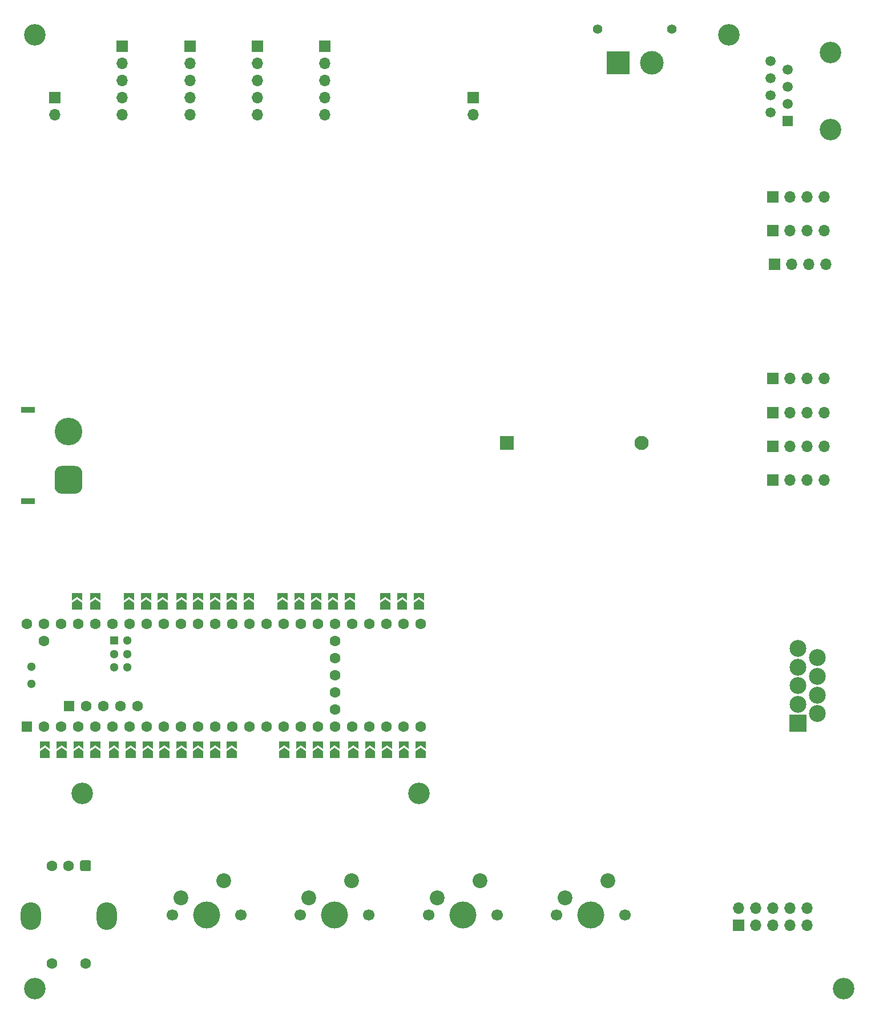
<source format=gbr>
%TF.GenerationSoftware,KiCad,Pcbnew,8.0.1-8.0.1-0~ubuntu20.04.1*%
%TF.CreationDate,2024-06-12T16:02:46+01:00*%
%TF.ProjectId,sensd,73656e73-642e-46b6-9963-61645f706362,rev?*%
%TF.SameCoordinates,Original*%
%TF.FileFunction,Soldermask,Bot*%
%TF.FilePolarity,Negative*%
%FSLAX46Y46*%
G04 Gerber Fmt 4.6, Leading zero omitted, Abs format (unit mm)*
G04 Created by KiCad (PCBNEW 8.0.1-8.0.1-0~ubuntu20.04.1) date 2024-06-12 16:02:46*
%MOMM*%
%LPD*%
G01*
G04 APERTURE LIST*
%ADD10C,3.200000*%
%ADD11R,1.600000X1.600000*%
%ADD12C,1.600000*%
%ADD13R,1.300000X1.300000*%
%ADD14C,1.300000*%
%ADD15R,1.700000X1.700000*%
%ADD16O,1.700000X1.700000*%
%ADD17C,1.700000*%
%ADD18C,4.000000*%
%ADD19C,2.200000*%
%ADD20R,1.500000X1.500000*%
%ADD21C,1.500000*%
%ADD22R,2.000000X0.900000*%
%ADD23C,4.100000*%
%ADD24O,3.000000X4.100000*%
%ADD25R,2.100000X2.100000*%
%ADD26C,2.100000*%
%ADD27C,1.400000*%
%ADD28R,3.500000X3.500000*%
%ADD29C,3.500000*%
%ADD30R,2.500000X2.500000*%
%ADD31C,2.500000*%
G04 APERTURE END LIST*
D10*
%TO.C,REF\u002A\u002A*%
X40000000Y-160500000D03*
%TD*%
D11*
%TO.C,U1*%
X31790000Y-150620000D03*
D12*
X34330000Y-150620000D03*
X36870000Y-150620000D03*
X39410000Y-150620000D03*
X41950000Y-150620000D03*
X44490000Y-150620000D03*
X47030000Y-150620000D03*
X49570000Y-150620000D03*
X52110000Y-150620000D03*
X54650000Y-150620000D03*
X57190000Y-150620000D03*
X59730000Y-150620000D03*
X62270000Y-150620000D03*
X64810000Y-150620000D03*
X67350000Y-150620000D03*
X69890000Y-150620000D03*
X72430000Y-150620000D03*
X74970000Y-150620000D03*
X77510000Y-150620000D03*
X80050000Y-150620000D03*
X82590000Y-150620000D03*
X85130000Y-150620000D03*
X87670000Y-150620000D03*
X90210000Y-150620000D03*
X90210000Y-135380000D03*
X87670000Y-135380000D03*
X85130000Y-135380000D03*
X82590000Y-135380000D03*
X80050000Y-135380000D03*
X77510000Y-135380000D03*
X74970000Y-135380000D03*
X72430000Y-135380000D03*
X69890000Y-135380000D03*
X67350000Y-135380000D03*
X64810000Y-135380000D03*
X62270000Y-135380000D03*
X59730000Y-135380000D03*
X57190000Y-135380000D03*
X54650000Y-135380000D03*
X52110000Y-135380000D03*
X49570000Y-135380000D03*
X47030000Y-135380000D03*
X44490000Y-135380000D03*
X41950000Y-135380000D03*
X39410000Y-135380000D03*
X36870000Y-135380000D03*
X34330000Y-135380000D03*
X31790000Y-135380000D03*
X34330000Y-137920000D03*
X77510000Y-148080000D03*
X77510000Y-145540000D03*
X77510000Y-143000000D03*
X77510000Y-140460000D03*
X77510000Y-137920000D03*
D11*
X38089200Y-147569200D03*
D12*
X40629200Y-147569200D03*
X43169200Y-147569200D03*
X45709200Y-147569200D03*
X48249200Y-147569200D03*
D13*
X44760000Y-137818400D03*
D14*
X44760000Y-139818400D03*
X44760000Y-141818400D03*
X46760000Y-141818400D03*
X46760000Y-139818400D03*
X46760000Y-137818400D03*
X32520000Y-141730000D03*
X32520000Y-144270000D03*
%TD*%
D15*
%TO.C,J17*%
X36000000Y-57270000D03*
D16*
X36000000Y-59810000D03*
%TD*%
D17*
%TO.C,SW4*%
X91420000Y-178580000D03*
D18*
X96500000Y-178580000D03*
D17*
X101580000Y-178580000D03*
D19*
X99040000Y-173500000D03*
X92690000Y-176040000D03*
%TD*%
D10*
%TO.C,REF\u002A\u002A*%
X90000000Y-160500000D03*
%TD*%
%TO.C,J13*%
X151000000Y-62052500D03*
X151000000Y-50622500D03*
D20*
X144650000Y-60782500D03*
D21*
X142110000Y-59512500D03*
X144650000Y-58242500D03*
X142110000Y-56972500D03*
X144650000Y-55702500D03*
X142110000Y-54432500D03*
X144650000Y-53162500D03*
X142110000Y-51892500D03*
%TD*%
D15*
%TO.C,J1*%
X142520000Y-114000000D03*
D16*
X145060000Y-114000000D03*
X147600000Y-114000000D03*
X150140000Y-114000000D03*
%TD*%
D10*
%TO.C,REF\u002A\u002A*%
X153000000Y-189500000D03*
%TD*%
D15*
%TO.C,J6*%
X142520000Y-77000000D03*
D16*
X145060000Y-77000000D03*
X147600000Y-77000000D03*
X150140000Y-77000000D03*
%TD*%
D10*
%TO.C,REF\u002A\u002A*%
X33000000Y-189500000D03*
%TD*%
D22*
%TO.C,J15*%
X32000000Y-117150000D03*
X32000000Y-103650000D03*
G36*
G01*
X39025000Y-116050000D02*
X36975000Y-116050000D01*
G75*
G02*
X35950000Y-115025000I0J1025000D01*
G01*
X35950000Y-112975000D01*
G75*
G02*
X36975000Y-111950000I1025000J0D01*
G01*
X39025000Y-111950000D01*
G75*
G02*
X40050000Y-112975000I0J-1025000D01*
G01*
X40050000Y-115025000D01*
G75*
G02*
X39025000Y-116050000I-1025000J0D01*
G01*
G37*
D23*
X38000000Y-106800000D03*
%TD*%
D15*
%TO.C,J9*%
X66000000Y-49650000D03*
D16*
X66000000Y-52190000D03*
X66000000Y-54730000D03*
X66000000Y-57270000D03*
X66000000Y-59810000D03*
%TD*%
%TO.C,SW1*%
G36*
G01*
X39990000Y-170450000D02*
X41090000Y-170450000D01*
G75*
G02*
X41340000Y-170700000I0J-250000D01*
G01*
X41340000Y-171800000D01*
G75*
G02*
X41090000Y-172050000I-250000J0D01*
G01*
X39990000Y-172050000D01*
G75*
G02*
X39740000Y-171800000I0J250000D01*
G01*
X39740000Y-170700000D01*
G75*
G02*
X39990000Y-170450000I250000J0D01*
G01*
G37*
D12*
X35540000Y-171250000D03*
X38040000Y-171250000D03*
X40540000Y-185750000D03*
X35540000Y-185750000D03*
D24*
X43640000Y-178750000D03*
X32440000Y-178750000D03*
%TD*%
D15*
%TO.C,J3*%
X142520000Y-104000000D03*
D16*
X145060000Y-104000000D03*
X147600000Y-104000000D03*
X150140000Y-104000000D03*
%TD*%
D15*
%TO.C,J4*%
X142520000Y-99000000D03*
D16*
X145060000Y-99000000D03*
X147600000Y-99000000D03*
X150140000Y-99000000D03*
%TD*%
D10*
%TO.C,REF\u002A\u002A*%
X136000000Y-48000000D03*
%TD*%
D15*
%TO.C,J5*%
X142710000Y-82000000D03*
D16*
X145250000Y-82000000D03*
X147790000Y-82000000D03*
X150330000Y-82000000D03*
%TD*%
D15*
%TO.C,J18*%
X137380000Y-180040000D03*
D16*
X137380000Y-177500000D03*
X139920000Y-180040000D03*
X139920000Y-177500000D03*
X142460000Y-180040000D03*
X142460000Y-177500000D03*
X145000000Y-180040000D03*
X145000000Y-177500000D03*
X147540000Y-180040000D03*
X147540000Y-177500000D03*
%TD*%
D15*
%TO.C,J2*%
X142520000Y-109000000D03*
D16*
X145060000Y-109000000D03*
X147600000Y-109000000D03*
X150140000Y-109000000D03*
%TD*%
D15*
%TO.C,J16*%
X98000000Y-57270000D03*
D16*
X98000000Y-59810000D03*
%TD*%
D15*
%TO.C,J11*%
X46000000Y-49650000D03*
D16*
X46000000Y-52190000D03*
X46000000Y-54730000D03*
X46000000Y-57270000D03*
X46000000Y-59810000D03*
%TD*%
D10*
%TO.C,REF\u002A\u002A*%
X33000000Y-48000000D03*
%TD*%
D25*
%TO.C,BT1*%
X103000000Y-108500000D03*
D26*
X123000000Y-108500000D03*
%TD*%
D17*
%TO.C,SW5*%
X110420000Y-178580000D03*
D18*
X115500000Y-178580000D03*
D17*
X120580000Y-178580000D03*
D19*
X118040000Y-173500000D03*
X111690000Y-176040000D03*
%TD*%
D17*
%TO.C,SW3*%
X72420000Y-178580000D03*
D18*
X77500000Y-178580000D03*
D17*
X82580000Y-178580000D03*
D19*
X80040000Y-173500000D03*
X73690000Y-176040000D03*
%TD*%
D17*
%TO.C,SW2*%
X53420000Y-178580000D03*
D18*
X58500000Y-178580000D03*
D17*
X63580000Y-178580000D03*
D19*
X61040000Y-173500000D03*
X54690000Y-176040000D03*
%TD*%
D15*
%TO.C,J8*%
X76000000Y-49650000D03*
D16*
X76000000Y-52190000D03*
X76000000Y-54730000D03*
X76000000Y-57270000D03*
X76000000Y-59810000D03*
%TD*%
D27*
%TO.C,J12*%
X116500000Y-47150000D03*
X127500000Y-47150000D03*
D28*
X119500000Y-52150000D03*
D29*
X124500000Y-52150000D03*
%TD*%
D15*
%TO.C,J7*%
X142520000Y-72000000D03*
D16*
X145060000Y-72000000D03*
X147600000Y-72000000D03*
X150140000Y-72000000D03*
%TD*%
D15*
%TO.C,J10*%
X56000000Y-49650000D03*
D16*
X56000000Y-52190000D03*
X56000000Y-54730000D03*
X56000000Y-57270000D03*
X56000000Y-59810000D03*
%TD*%
%TO.C,JP4*%
G36*
X39500000Y-153725000D02*
G01*
X40250000Y-154225000D01*
X40250000Y-155225000D01*
X38750000Y-155225000D01*
X38750000Y-154225000D01*
X39500000Y-153725000D01*
G37*
G36*
X40250000Y-152775000D02*
G01*
X40250000Y-153925000D01*
X39500000Y-153425000D01*
X38750000Y-153925000D01*
X38750000Y-152775000D01*
X40250000Y-152775000D01*
G37*
%TD*%
%TO.C,JP9*%
G36*
X52250000Y-153725000D02*
G01*
X53000000Y-154225000D01*
X53000000Y-155225000D01*
X51500000Y-155225000D01*
X51500000Y-154225000D01*
X52250000Y-153725000D01*
G37*
G36*
X53000000Y-152775000D02*
G01*
X53000000Y-153925000D01*
X52250000Y-153425000D01*
X51500000Y-153925000D01*
X51500000Y-152775000D01*
X53000000Y-152775000D01*
G37*
%TD*%
%TO.C,JP45*%
G36*
X90000000Y-131725000D02*
G01*
X90750000Y-132225000D01*
X90750000Y-133225000D01*
X89250000Y-133225000D01*
X89250000Y-132225000D01*
X90000000Y-131725000D01*
G37*
G36*
X90750000Y-130775000D02*
G01*
X90750000Y-131925000D01*
X90000000Y-131425000D01*
X89250000Y-131925000D01*
X89250000Y-130775000D01*
X90750000Y-130775000D01*
G37*
%TD*%
%TO.C,JP13*%
G36*
X62250000Y-153725000D02*
G01*
X63000000Y-154225000D01*
X63000000Y-155225000D01*
X61500000Y-155225000D01*
X61500000Y-154225000D01*
X62250000Y-153725000D01*
G37*
G36*
X63000000Y-152775000D02*
G01*
X63000000Y-153925000D01*
X62250000Y-153425000D01*
X61500000Y-153925000D01*
X61500000Y-152775000D01*
X63000000Y-152775000D01*
G37*
%TD*%
%TO.C,JP22*%
G36*
X87750000Y-153725000D02*
G01*
X88500000Y-154225000D01*
X88500000Y-155225000D01*
X87000000Y-155225000D01*
X87000000Y-154225000D01*
X87750000Y-153725000D01*
G37*
G36*
X88500000Y-152775000D02*
G01*
X88500000Y-153925000D01*
X87750000Y-153425000D01*
X87000000Y-153925000D01*
X87000000Y-152775000D01*
X88500000Y-152775000D01*
G37*
%TD*%
%TO.C,JP7*%
G36*
X47250000Y-153725000D02*
G01*
X48000000Y-154225000D01*
X48000000Y-155225000D01*
X46500000Y-155225000D01*
X46500000Y-154225000D01*
X47250000Y-153725000D01*
G37*
G36*
X48000000Y-152775000D02*
G01*
X48000000Y-153925000D01*
X47250000Y-153425000D01*
X46500000Y-153925000D01*
X46500000Y-152775000D01*
X48000000Y-152775000D01*
G37*
%TD*%
%TO.C,JP19*%
G36*
X80250000Y-153725000D02*
G01*
X81000000Y-154225000D01*
X81000000Y-155225000D01*
X79500000Y-155225000D01*
X79500000Y-154225000D01*
X80250000Y-153725000D01*
G37*
G36*
X81000000Y-152775000D02*
G01*
X81000000Y-153925000D01*
X80250000Y-153425000D01*
X79500000Y-153925000D01*
X79500000Y-152775000D01*
X81000000Y-152775000D01*
G37*
%TD*%
%TO.C,JP11*%
G36*
X57250000Y-153725000D02*
G01*
X58000000Y-154225000D01*
X58000000Y-155225000D01*
X56500000Y-155225000D01*
X56500000Y-154225000D01*
X57250000Y-153725000D01*
G37*
G36*
X58000000Y-152775000D02*
G01*
X58000000Y-153925000D01*
X57250000Y-153425000D01*
X56500000Y-153925000D01*
X56500000Y-152775000D01*
X58000000Y-152775000D01*
G37*
%TD*%
%TO.C,JP15*%
G36*
X70000000Y-153725000D02*
G01*
X70750000Y-154225000D01*
X70750000Y-155225000D01*
X69250000Y-155225000D01*
X69250000Y-154225000D01*
X70000000Y-153725000D01*
G37*
G36*
X70750000Y-152775000D02*
G01*
X70750000Y-153925000D01*
X70000000Y-153425000D01*
X69250000Y-153925000D01*
X69250000Y-152775000D01*
X70750000Y-152775000D01*
G37*
%TD*%
%TO.C,JP21*%
G36*
X85250000Y-153725000D02*
G01*
X86000000Y-154225000D01*
X86000000Y-155225000D01*
X84500000Y-155225000D01*
X84500000Y-154225000D01*
X85250000Y-153725000D01*
G37*
G36*
X86000000Y-152775000D02*
G01*
X86000000Y-153925000D01*
X85250000Y-153425000D01*
X84500000Y-153925000D01*
X84500000Y-152775000D01*
X86000000Y-152775000D01*
G37*
%TD*%
%TO.C,JP34*%
G36*
X59750000Y-131725000D02*
G01*
X60500000Y-132225000D01*
X60500000Y-133225000D01*
X59000000Y-133225000D01*
X59000000Y-132225000D01*
X59750000Y-131725000D01*
G37*
G36*
X60500000Y-130775000D02*
G01*
X60500000Y-131925000D01*
X59750000Y-131425000D01*
X59000000Y-131925000D01*
X59000000Y-130775000D01*
X60500000Y-130775000D01*
G37*
%TD*%
%TO.C,JP44*%
G36*
X87500000Y-131725000D02*
G01*
X88250000Y-132225000D01*
X88250000Y-133225000D01*
X86750000Y-133225000D01*
X86750000Y-132225000D01*
X87500000Y-131725000D01*
G37*
G36*
X88250000Y-130775000D02*
G01*
X88250000Y-131925000D01*
X87500000Y-131425000D01*
X86750000Y-131925000D01*
X86750000Y-130775000D01*
X88250000Y-130775000D01*
G37*
%TD*%
%TO.C,JP10*%
G36*
X54750000Y-153725000D02*
G01*
X55500000Y-154225000D01*
X55500000Y-155225000D01*
X54000000Y-155225000D01*
X54000000Y-154225000D01*
X54750000Y-153725000D01*
G37*
G36*
X55500000Y-152775000D02*
G01*
X55500000Y-153925000D01*
X54750000Y-153425000D01*
X54000000Y-153925000D01*
X54000000Y-152775000D01*
X55500000Y-152775000D01*
G37*
%TD*%
%TO.C,JP23*%
G36*
X90250000Y-153725000D02*
G01*
X91000000Y-154225000D01*
X91000000Y-155225000D01*
X89500000Y-155225000D01*
X89500000Y-154225000D01*
X90250000Y-153725000D01*
G37*
G36*
X91000000Y-152775000D02*
G01*
X91000000Y-153925000D01*
X90250000Y-153425000D01*
X89500000Y-153925000D01*
X89500000Y-152775000D01*
X91000000Y-152775000D01*
G37*
%TD*%
%TO.C,JP30*%
G36*
X49500000Y-131725000D02*
G01*
X50250000Y-132225000D01*
X50250000Y-133225000D01*
X48750000Y-133225000D01*
X48750000Y-132225000D01*
X49500000Y-131725000D01*
G37*
G36*
X50250000Y-130775000D02*
G01*
X50250000Y-131925000D01*
X49500000Y-131425000D01*
X48750000Y-131925000D01*
X48750000Y-130775000D01*
X50250000Y-130775000D01*
G37*
%TD*%
%TO.C,JP42*%
G36*
X79750000Y-131725000D02*
G01*
X80500000Y-132225000D01*
X80500000Y-133225000D01*
X79000000Y-133225000D01*
X79000000Y-132225000D01*
X79750000Y-131725000D01*
G37*
G36*
X80500000Y-130775000D02*
G01*
X80500000Y-131925000D01*
X79750000Y-131425000D01*
X79000000Y-131925000D01*
X79000000Y-130775000D01*
X80500000Y-130775000D01*
G37*
%TD*%
%TO.C,JP8*%
G36*
X49750000Y-153725000D02*
G01*
X50500000Y-154225000D01*
X50500000Y-155225000D01*
X49000000Y-155225000D01*
X49000000Y-154225000D01*
X49750000Y-153725000D01*
G37*
G36*
X50500000Y-152775000D02*
G01*
X50500000Y-153925000D01*
X49750000Y-153425000D01*
X49000000Y-153925000D01*
X49000000Y-152775000D01*
X50500000Y-152775000D01*
G37*
%TD*%
%TO.C,JP12*%
G36*
X59750000Y-153725000D02*
G01*
X60500000Y-154225000D01*
X60500000Y-155225000D01*
X59000000Y-155225000D01*
X59000000Y-154225000D01*
X59750000Y-153725000D01*
G37*
G36*
X60500000Y-152775000D02*
G01*
X60500000Y-153925000D01*
X59750000Y-153425000D01*
X59000000Y-153925000D01*
X59000000Y-152775000D01*
X60500000Y-152775000D01*
G37*
%TD*%
%TO.C,JP6*%
G36*
X44750000Y-153725000D02*
G01*
X45500000Y-154225000D01*
X45500000Y-155225000D01*
X44000000Y-155225000D01*
X44000000Y-154225000D01*
X44750000Y-153725000D01*
G37*
G36*
X45500000Y-152775000D02*
G01*
X45500000Y-153925000D01*
X44750000Y-153425000D01*
X44000000Y-153925000D01*
X44000000Y-152775000D01*
X45500000Y-152775000D01*
G37*
%TD*%
%TO.C,JP31*%
G36*
X52000000Y-131725000D02*
G01*
X52750000Y-132225000D01*
X52750000Y-133225000D01*
X51250000Y-133225000D01*
X51250000Y-132225000D01*
X52000000Y-131725000D01*
G37*
G36*
X52750000Y-130775000D02*
G01*
X52750000Y-131925000D01*
X52000000Y-131425000D01*
X51250000Y-131925000D01*
X51250000Y-130775000D01*
X52750000Y-130775000D01*
G37*
%TD*%
%TO.C,JP29*%
G36*
X47000000Y-131725000D02*
G01*
X47750000Y-132225000D01*
X47750000Y-133225000D01*
X46250000Y-133225000D01*
X46250000Y-132225000D01*
X47000000Y-131725000D01*
G37*
G36*
X47750000Y-130775000D02*
G01*
X47750000Y-131925000D01*
X47000000Y-131425000D01*
X46250000Y-131925000D01*
X46250000Y-130775000D01*
X47750000Y-130775000D01*
G37*
%TD*%
%TO.C,JP43*%
G36*
X85000000Y-131725000D02*
G01*
X85750000Y-132225000D01*
X85750000Y-133225000D01*
X84250000Y-133225000D01*
X84250000Y-132225000D01*
X85000000Y-131725000D01*
G37*
G36*
X85750000Y-130775000D02*
G01*
X85750000Y-131925000D01*
X85000000Y-131425000D01*
X84250000Y-131925000D01*
X84250000Y-130775000D01*
X85750000Y-130775000D01*
G37*
%TD*%
%TO.C,JP20*%
G36*
X82750000Y-153725000D02*
G01*
X83500000Y-154225000D01*
X83500000Y-155225000D01*
X82000000Y-155225000D01*
X82000000Y-154225000D01*
X82750000Y-153725000D01*
G37*
G36*
X83500000Y-152775000D02*
G01*
X83500000Y-153925000D01*
X82750000Y-153425000D01*
X82000000Y-153925000D01*
X82000000Y-152775000D01*
X83500000Y-152775000D01*
G37*
%TD*%
%TO.C,JP41*%
G36*
X77250000Y-131725000D02*
G01*
X78000000Y-132225000D01*
X78000000Y-133225000D01*
X76500000Y-133225000D01*
X76500000Y-132225000D01*
X77250000Y-131725000D01*
G37*
G36*
X78000000Y-130775000D02*
G01*
X78000000Y-131925000D01*
X77250000Y-131425000D01*
X76500000Y-131925000D01*
X76500000Y-130775000D01*
X78000000Y-130775000D01*
G37*
%TD*%
D30*
%TO.C,J14*%
X146250000Y-150080000D03*
D31*
X146250000Y-147310000D03*
X146250000Y-144540000D03*
X146250000Y-141770000D03*
X146250000Y-139000000D03*
X149090000Y-148695000D03*
X149090000Y-145925000D03*
X149090000Y-143155000D03*
X149090000Y-140385000D03*
%TD*%
%TO.C,JP32*%
G36*
X54750000Y-131725000D02*
G01*
X55500000Y-132225000D01*
X55500000Y-133225000D01*
X54000000Y-133225000D01*
X54000000Y-132225000D01*
X54750000Y-131725000D01*
G37*
G36*
X55500000Y-130775000D02*
G01*
X55500000Y-131925000D01*
X54750000Y-131425000D01*
X54000000Y-131925000D01*
X54000000Y-130775000D01*
X55500000Y-130775000D01*
G37*
%TD*%
%TO.C,JP3*%
G36*
X37000000Y-153725000D02*
G01*
X37750000Y-154225000D01*
X37750000Y-155225000D01*
X36250000Y-155225000D01*
X36250000Y-154225000D01*
X37000000Y-153725000D01*
G37*
G36*
X37750000Y-152775000D02*
G01*
X37750000Y-153925000D01*
X37000000Y-153425000D01*
X36250000Y-153925000D01*
X36250000Y-152775000D01*
X37750000Y-152775000D01*
G37*
%TD*%
%TO.C,JP39*%
G36*
X72250000Y-131725000D02*
G01*
X73000000Y-132225000D01*
X73000000Y-133225000D01*
X71500000Y-133225000D01*
X71500000Y-132225000D01*
X72250000Y-131725000D01*
G37*
G36*
X73000000Y-130775000D02*
G01*
X73000000Y-131925000D01*
X72250000Y-131425000D01*
X71500000Y-131925000D01*
X71500000Y-130775000D01*
X73000000Y-130775000D01*
G37*
%TD*%
%TO.C,JP33*%
G36*
X57250000Y-131725000D02*
G01*
X58000000Y-132225000D01*
X58000000Y-133225000D01*
X56500000Y-133225000D01*
X56500000Y-132225000D01*
X57250000Y-131725000D01*
G37*
G36*
X58000000Y-130775000D02*
G01*
X58000000Y-131925000D01*
X57250000Y-131425000D01*
X56500000Y-131925000D01*
X56500000Y-130775000D01*
X58000000Y-130775000D01*
G37*
%TD*%
%TO.C,JP16*%
G36*
X72500000Y-153725000D02*
G01*
X73250000Y-154225000D01*
X73250000Y-155225000D01*
X71750000Y-155225000D01*
X71750000Y-154225000D01*
X72500000Y-153725000D01*
G37*
G36*
X73250000Y-152775000D02*
G01*
X73250000Y-153925000D01*
X72500000Y-153425000D01*
X71750000Y-153925000D01*
X71750000Y-152775000D01*
X73250000Y-152775000D01*
G37*
%TD*%
%TO.C,JP5*%
G36*
X42000000Y-153725000D02*
G01*
X42750000Y-154225000D01*
X42750000Y-155225000D01*
X41250000Y-155225000D01*
X41250000Y-154225000D01*
X42000000Y-153725000D01*
G37*
G36*
X42750000Y-152775000D02*
G01*
X42750000Y-153925000D01*
X42000000Y-153425000D01*
X41250000Y-153925000D01*
X41250000Y-152775000D01*
X42750000Y-152775000D01*
G37*
%TD*%
%TO.C,JP38*%
G36*
X69750000Y-131725000D02*
G01*
X70500000Y-132225000D01*
X70500000Y-133225000D01*
X69000000Y-133225000D01*
X69000000Y-132225000D01*
X69750000Y-131725000D01*
G37*
G36*
X70500000Y-130775000D02*
G01*
X70500000Y-131925000D01*
X69750000Y-131425000D01*
X69000000Y-131925000D01*
X69000000Y-130775000D01*
X70500000Y-130775000D01*
G37*
%TD*%
%TO.C,JP40*%
G36*
X74750000Y-131725000D02*
G01*
X75500000Y-132225000D01*
X75500000Y-133225000D01*
X74000000Y-133225000D01*
X74000000Y-132225000D01*
X74750000Y-131725000D01*
G37*
G36*
X75500000Y-130775000D02*
G01*
X75500000Y-131925000D01*
X74750000Y-131425000D01*
X74000000Y-131925000D01*
X74000000Y-130775000D01*
X75500000Y-130775000D01*
G37*
%TD*%
%TO.C,JP28*%
G36*
X42000000Y-131725000D02*
G01*
X42750000Y-132225000D01*
X42750000Y-133225000D01*
X41250000Y-133225000D01*
X41250000Y-132225000D01*
X42000000Y-131725000D01*
G37*
G36*
X42750000Y-130775000D02*
G01*
X42750000Y-131925000D01*
X42000000Y-131425000D01*
X41250000Y-131925000D01*
X41250000Y-130775000D01*
X42750000Y-130775000D01*
G37*
%TD*%
%TO.C,JP2*%
G36*
X34500000Y-153725000D02*
G01*
X35250000Y-154225000D01*
X35250000Y-155225000D01*
X33750000Y-155225000D01*
X33750000Y-154225000D01*
X34500000Y-153725000D01*
G37*
G36*
X35250000Y-152775000D02*
G01*
X35250000Y-153925000D01*
X34500000Y-153425000D01*
X33750000Y-153925000D01*
X33750000Y-152775000D01*
X35250000Y-152775000D01*
G37*
%TD*%
%TO.C,JP35*%
G36*
X62250000Y-131725000D02*
G01*
X63000000Y-132225000D01*
X63000000Y-133225000D01*
X61500000Y-133225000D01*
X61500000Y-132225000D01*
X62250000Y-131725000D01*
G37*
G36*
X63000000Y-130775000D02*
G01*
X63000000Y-131925000D01*
X62250000Y-131425000D01*
X61500000Y-131925000D01*
X61500000Y-130775000D01*
X63000000Y-130775000D01*
G37*
%TD*%
%TO.C,JP18*%
G36*
X77500000Y-153725000D02*
G01*
X78250000Y-154225000D01*
X78250000Y-155225000D01*
X76750000Y-155225000D01*
X76750000Y-154225000D01*
X77500000Y-153725000D01*
G37*
G36*
X78250000Y-152775000D02*
G01*
X78250000Y-153925000D01*
X77500000Y-153425000D01*
X76750000Y-153925000D01*
X76750000Y-152775000D01*
X78250000Y-152775000D01*
G37*
%TD*%
%TO.C,JP17*%
G36*
X75000000Y-153725000D02*
G01*
X75750000Y-154225000D01*
X75750000Y-155225000D01*
X74250000Y-155225000D01*
X74250000Y-154225000D01*
X75000000Y-153725000D01*
G37*
G36*
X75750000Y-152775000D02*
G01*
X75750000Y-153925000D01*
X75000000Y-153425000D01*
X74250000Y-153925000D01*
X74250000Y-152775000D01*
X75750000Y-152775000D01*
G37*
%TD*%
%TO.C,JP36*%
G36*
X64750000Y-131725000D02*
G01*
X65500000Y-132225000D01*
X65500000Y-133225000D01*
X64000000Y-133225000D01*
X64000000Y-132225000D01*
X64750000Y-131725000D01*
G37*
G36*
X65500000Y-130775000D02*
G01*
X65500000Y-131925000D01*
X64750000Y-131425000D01*
X64000000Y-131925000D01*
X64000000Y-130775000D01*
X65500000Y-130775000D01*
G37*
%TD*%
%TO.C,JP27*%
G36*
X39250000Y-131725000D02*
G01*
X40000000Y-132225000D01*
X40000000Y-133225000D01*
X38500000Y-133225000D01*
X38500000Y-132225000D01*
X39250000Y-131725000D01*
G37*
G36*
X40000000Y-130775000D02*
G01*
X40000000Y-131925000D01*
X39250000Y-131425000D01*
X38500000Y-131925000D01*
X38500000Y-130775000D01*
X40000000Y-130775000D01*
G37*
%TD*%
M02*

</source>
